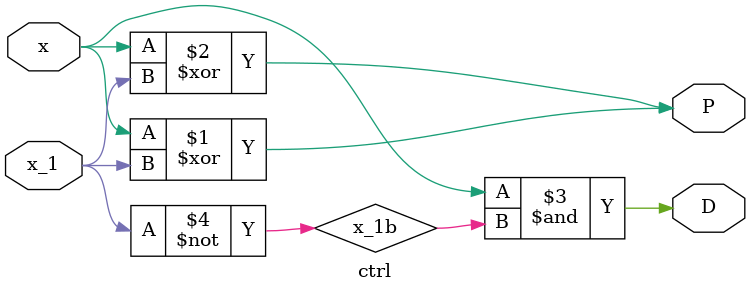
<source format=v>
module ctrl (P, D, x, x_1);

   input  x, x_1;
   
   output P, D;
   
   assign P = x ^ x_1;
   xor x1 (P, x, x_1);
   not i1 (x_1b, x_1);
   and a1 (D, x, x_1b);
   
endmodule // ctrl

</source>
